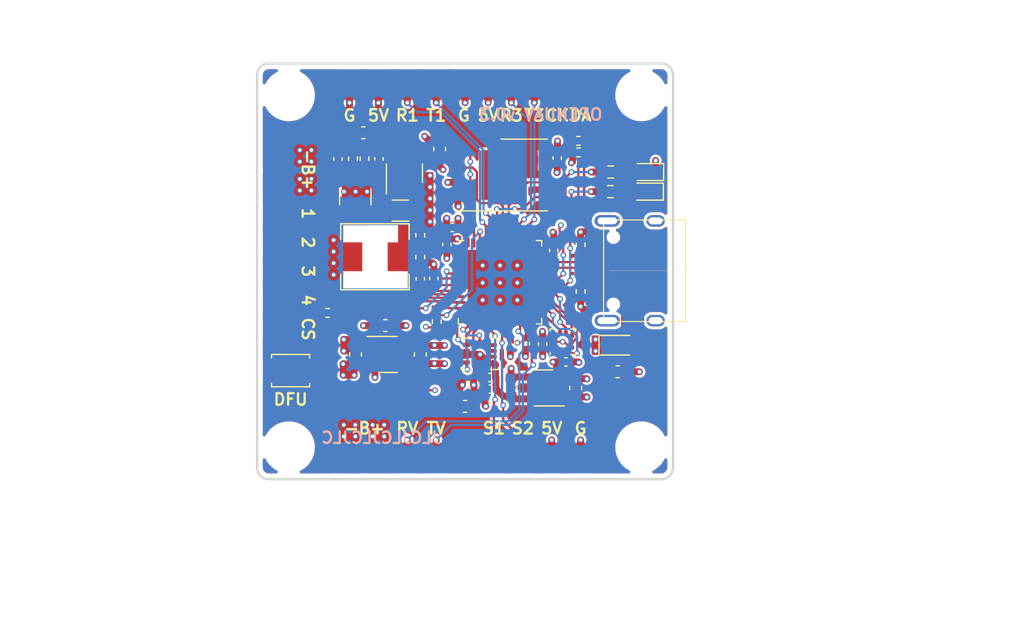
<source format=kicad_pcb>
(kicad_pcb (version 20221018) (generator pcbnew)
  (layers (0 "F.Cu" signal) (1 "In1.Cu" signal) (2 "In2.Cu" signal) (31 "B.Cu" signal) (34 "B.Paste" user) (35 "F.Paste" user) (36 "B.SilkS" user "B.Silkscreen") (37 "F.SilkS" user "F.Silkscreen") (38 "B.Mask" user) (39 "F.Mask" user) (44 "Edge.Cuts" user))
  (net 0 "")
  (net 1 "GND")
  (net 2 "NRST")
  (net 3 "+BATT")
  (net 4 "+3V3")
  (net 5 "Net-(U4-BOOT)")
  (net 6 "Net-(U4-SW)")
  (net 7 "Net-(U4-FB)")
  (net 8 "VOLTAGE")
  (net 9 "+5V")
  (net 10 "Net-(D2-A)")
  (net 11 "Net-(D3-A)")
  (net 12 "LED1")
  (net 13 "LED2")
  (net 14 "BOOT0")
  (net 18 "PWM_1")
  (net 19 "PWM_2")
  (net 20 "PWM_3")
  (net 21 "PWM_4")
  (net 22 "SPI1_CLK")
  (net 23 "SPI1_MISO")
  (net 24 "SPI1_MOSI")
  (net 25 "SPI1_CS")
  (net 26 "PWM_5")
  (net 27 "PWM_6")
  (net 29 "UART_4_RX")
  (net 30 "UART_4_TX")
  (net 31 "SPI2_CS")
  (net 32 "SPI2_CLK")
  (net 33 "SPI2_MISO")
  (net 34 "SPI2_MOSI")
  (net 35 "I2C_SDA")
  (net 36 "USB_DM")
  (net 37 "USB_DP")
  (net 38 "SPI3_CS")
  (net 39 "UART_3_TX")
  (net 40 "UART_3_RX")
  (net 41 "SPI3_CLK")
  (net 42 "SPI3_MISO")
  (net 43 "SPI3_MOSI")
  (net 44 "UART_1_TX")
  (net 45 "UART_1_RX")
  (net 46 "SPI2_INT")
  (net 51 "Net-(D1-A)")
  (net 52 "Net-(J99-CC2)")
  (net 53 "Net-(J99-CC1)")
  (net 54 "I2C_CLK")
  (net 57 "SPI1_INT")
  (net 58 "VDDA")
  (net 61 "CURRENT")
  (net 62 "CSENSE")
  (footprint "Resistor_SMD:R_0402_1005Metric" (layer "F.Cu") (at 144.123 66.766211 -90)
    (fp_text reference "R6" hide)
    (fp_text value "10k")
  )
  (footprint "Resistor_SMD:R_0402_1005Metric" (layer "F.Cu") (at 145.55 72.35 -90)
    (fp_text reference "R8" hide)
    (fp_text value "10k")
  )
  (footprint "Capacitor_SMD:C_0402_1005Metric" (layer "F.Cu") (at 155.672738 66.193202 90)
    (fp_text reference "C5" hide)
    (fp_text value "100n")
  )
  (footprint "Resistor_SMD:R_0603_1608Metric" (layer "F.Cu") (at 160.575 61.1)
    (fp_text reference "R7" hide)
    (fp_text value "220")
  )
  (footprint "Capacitor_SMD:C_0402_1005Metric" (layer "F.Cu") (at 145.3 68.62 -90)
    (fp_text reference "C1" hide)
    (fp_text value "100n")
  )
  (footprint "MountingHole:MountingHole_4mm" (layer "F.Cu") (at 132.75 83.25)
    (fp_text reference "H3" hide)
    (fp_text value "MountingHole")
  )
  (footprint "Package_LGA:ST_HLGA-10_2x2mm_P0.5mm_LayoutBorder3x2y" (layer "F.Cu") (at 156.472738 74.1 90)
    (fp_text reference "U2" hide)
    (fp_text value "LPS22HH")
  )
  (footprint "Package_LGA:LGA-14_3x2.5mm_P0.5mm_LayoutBorder3x4y" (layer "F.Cu") (at 149.272738 75.143202)
    (fp_text reference "U3" hide)
    (fp_text value "LSM6DSR")
  )
  (footprint "footprints:smallpad" (layer "F.Cu") (at 143 51.9 90)
    (fp_text reference "J3" hide)
    (fp_text value "Conn_01x01")
  )
  (footprint "footprints:smallpad" (layer "F.Cu") (at 131.9 65.5)
    (fp_text reference "J23" hide)
    (fp_text value "Conn_01x01")
  )
  (footprint "Capacitor_SMD:C_0402_1005Metric" (layer "F.Cu") (at 156.722738 75.85)
    (fp_text reference "C13" hide)
    (fp_text value "100n")
  )
  (footprint "Resistor_SMD:R_0402_1005Metric" (layer "F.Cu") (at 158 65.7 -90)
    (fp_text reference "R1" hide)
    (fp_text value "5k1")
  )
  (footprint "Capacitor_SMD:C_0402_1005Metric" (layer "F.Cu") (at 150.2 78.2 180)
    (fp_text reference "C26" hide)
    (fp_text value "1u")
  )
  (footprint "Capacitor_SMD:C_0603_1608Metric" (layer "F.Cu") (at 138.525 75.2 -90)
    (fp_text reference "C17" hide)
    (fp_text value "10u")
  )
  (footprint "Capacitor_SMD:C_0402_1005Metric" (layer "F.Cu") (at 140.55 58.261211 -90)
    (fp_text reference "C9" hide)
    (fp_text value "100n")
  )
  (footprint "Capacitor_SMD:C_0603_1608Metric" (layer "F.Cu") (at 145.8 57.4 90)
    (fp_text reference "C24" hide)
    (fp_text value "10u")
  )
  (footprint "Capacitor_SMD:C_0402_1005Metric" (layer "F.Cu") (at 154.710238 74.293202 90)
    (fp_text reference "C12" hide)
    (fp_text value "100n")
  )
  (footprint "footprints:smallpad" (layer "F.Cu") (at 145.5 51.9 90)
    (fp_text reference "J4" hide)
    (fp_text value "Conn_01x01")
  )
  (footprint "Capacitor_SMD:C_0603_1608Metric" (layer "F.Cu") (at 139.2 56 180)
    (fp_text reference "C21" hide)
    (fp_text value "10u")
  )
  (footprint "footprints:smallpad" (layer "F.Cu") (at 158 84.1 -90)
    (fp_text reference "J17" hide)
    (fp_text value "Conn_01x01")
  )
  (footprint "LED_SMD:LED_0603_1608Metric" (layer "F.Cu") (at 163.7 59.4 180)
    (fp_text reference "D3" hide)
    (fp_text value "GREEN")
  )
  (footprint "footprints:smallpad" (layer "F.Cu") (at 138 51.9 90)
    (fp_text reference "J1" hide)
    (fp_text value "Conn_01x01")
  )
  (footprint "footprints:smallpad" (layer "F.Cu") (at 155.5 84.1 -90)
    (fp_text reference "J18" hide)
    (fp_text value "Conn_01x01")
  )
  (footprint "footprints:smallpad" (layer "F.Cu") (at 140.5 51.9 90)
    (fp_text reference "J2" hide)
    (fp_text value "Conn_01x01")
  )
  (footprint "footprints:smallpad" (layer "F.Cu") (at 148 51.9 90)
    (fp_text reference "J5" hide)
    (fp_text value "Conn_01x01")
  )
  (footprint "footprints:smallpad" (layer "F.Cu") (at 156 51.9 -90)
    (fp_text reference "J20" hide)
    (fp_text value "Conn_01x01")
  )
  (footprint "Resistor_SMD:R_0402_1005Metric" (layer "F.Cu") (at 139.298 58.241211 -90)
    (fp_text reference "R4" hide)
    (fp_text value "13.3k")
  )
  (footprint "Capacitor_SMD:C_0402_1005Metric" (layer "F.Cu") (at 151.922738 74.293202 -90)
    (fp_text reference "C7" hide)
    (fp_text value "100n")
  )
  (footprint "footprints:smallpad" (layer "F.Cu") (at 152 51.9 90)
    (fp_text reference "J7" hide)
    (fp_text value "Conn_01x01")
  )
  (footprint "Capacitor_SMD:C_0402_1005Metric" (layer "F.Cu") (at 150.155238 77.193202 180)
    (fp_text reference "C3" hide)
    (fp_text value "100n")
  )
  (footprint "footprints:smallpad" (layer "F.Cu") (at 140.5 84.1 90)
    (fp_text reference "J10" hide)
    (fp_text value "Conn_01x01")
  )
  (footprint "Capacitor_SMD:C_0603_1608Metric" (layer "F.Cu") (at 157.575 78.1 90)
    (fp_text reference "C18" hide)
    (fp_text value "10u")
  )
  (footprint "Package_TO_SOT_SMD:SOT-23-6" (layer "F.Cu") (at 142.75 59.503711 90)
    (fp_text reference "U4" hide)
    (fp_text value "TPS54302")
  )
  (footprint "LED_SMD:LED_0603_1608Metric" (layer "F.Cu") (at 163.675 61.1 180)
    (fp_text reference "D2" hide)
    (fp_text value "BLUE")
  )
  (footprint "footprints:smallpad" (layer "F.Cu") (at 158 51.9 -90)
    (fp_text reference "J19" hide)
    (fp_text value "Conn_01x01")
  )
  (footprint "Capacitor_SMD:C_0603_1608Metric" (layer "F.Cu") (at 144.125 75.2 -90)
    (fp_text reference "C8" hide)
    (fp_text value "10u")
  )
  (footprint "Capacitor_SMD:C_0402_1005Metric" (layer "F.Cu") (at 153.222738 74.273202 -90)
    (fp_text reference "C6" hide)
    (fp_text value "100n")
  )
  (footprint "Capacitor_SMD:C_0603_1608Metric" (layer "F.Cu") (at 161.2 76.7)
    (fp_text reference "C20" hide)
    (fp_text value "10u")
  )
  (footprint "Resistor_SMD:R_0402_1005Metric" (layer "F.Cu") (at 157.81 56.7)
    (fp_text reference "R9" hide)
    (fp_text value "10k")
  )
  (footprint "Capacitor_SMD:C_0603_1608Metric" (layer "F.Cu") (at 141.1 72.7)
    (fp_text reference "C22" hide)
    (fp_text value "10u")
  )
  (footprint "MountingHole:MountingHole_4mm" (layer "F.Cu") (at 163.25 52.75)
    (fp_text reference "H2" hide)
    (fp_text value "MountingHole")
  )
  (footprint "footprints:smallpad" (layer "F.Cu") (at 145.5 84.1 90)
    (fp_text reference "J12" hide)
    (fp_text value "Conn_01x01")
  )
  (footprint "Capacitor_SMD:C_0603_1608Metric" (layer "F.Cu") (at 148 79.7 180)
    (fp_text reference "C23" hide)
    (fp_text value "10u")
  )
  (footprint "Package_TO_SOT_SMD:SOT-23-5" (layer "F.Cu") (at 154.775 78.1 180)
    (fp_text reference "U5" hide)
    (fp_text value "TLV75733PDBV")
  )
  (footprint "Inductor_SMD:L_Sunlord_MWSA0503S" (layer "F.Cu") (at 140.2 66.741211 180)
    (fp_text reference "L1" hide)
    (fp_text value "10u")
  )
  (footprint "footprints:smallpad" (layer "F.Cu") (at 131.9 73)
    (fp_text reference "J21" hide)
    (fp_text value "Conn_01x01")
  )
  (footprint "Capacitor_SMD:C_0402_1005Metric" (layer "F.Cu") (at 146.9 64.2)
    (fp_text reference "C25" hide)
    (fp_text value "1u")
  )
  (footprint "footprints:smallpad" (layer "F.Cu") (at 150 51.9 90)
    (fp_text reference "J6" hide)
    (fp_text value "Conn_01x01")
  )
  (footprint "Resistor_SMD:R_0402_1005Metric" (layer "F.Cu") (at 138.298 58.241211 90)
    (fp_text reference "R3" hide)
    (fp_text value "100k")
  )
  (footprint "Capacitor_SMD:C_0402_1005Metric" (layer "F.Cu") (at 144.123 68.646211 90)
    (fp_text reference "C14" hide)
    (fp_text value "100n")
  )
  (footprint "Capacitor_SMD:C_1206_3216Metric" (layer "F.Cu") (at 142.4 62.741211 180)
    (fp_text reference "C2" hide)
    (fp_text value "10u")
  )
  (footprint "footprints:smallpad" (layer "F.Cu") (at 131.9 58)
    (fp_text reference "J16" hide)
    (fp_text value "Conn_01x01")
  )
  (footprint "Resistor_SMD:R_0603_1608Metric" (layer "F.Cu") (at 160.6 59.4)
    (fp_text reference "R11" hide)
    (fp_text value "220")
  )
  (footprint "Resistor_SMD:R_0402_1005Metric" (layer "F.Cu") (at 157.81 57.7)
    (fp_text reference "R10" hide)
    (fp_text value "10k")
  )
  (footprint "Package_SON:WSON-8-1EP_8x6mm_P1.27mm_EP3.4x4.3mm" (layer "F.Cu") (at 151.122738 59.658202)
    (fp_text reference "U6" hide)
    (fp_text value "W25N01GVZEIG")
  )
  (footprint "MountingHole:MountingHole_4mm" (layer "F.Cu") (at 163.25 83.25)
    (fp_text reference "H4" hide)
    (fp_text value "MountingHole")
  )
  (footprint "Capacitor_SMD:C_0402_1005Metric" (layer "F.Cu") (at 155.972738 58.193202 -90)
    (fp_text reference "C16" hide)
    (fp_text value "100n")
  )
  (footprint "footprints:smallpad" (layer "F.Cu") (at 131.9 68)
    (fp_text reference "J24" hide)
    (fp_text value "Conn_01x01")
  )
  (footprint "footprints:smallpad" (layer "F.Cu") (at 143 84.1 90)
    (fp_text reference "J11" hide)
    (fp_text value "Conn_01x01")
  )
  (footprint "footprints:smallpad" (layer "F.Cu") (at 131.9 60.5)
    (fp_text reference "J15" hide)
    (fp_text value "Conn_01x01")
  )
  (footprint "Package_DFN_QFN:QFN-48-1EP_7x7mm_P0.5mm_EP5.6x5.6mm" (layer "F.Cu") (at 151.022738 68.943202)
    (fp_text reference "U1" hide)
    (fp_text value "STM32G431CBUx")
  )
  (footprint "footprints:TYPE-C-31-M-12" (layer "F.Cu") (at 164.4875 67.95 90)
    (fp_text reference "J99" hide)
    (fp_text value "USB_C_Receptacle_USB2.0")
  )
  (footprint "Capacitor_SMD:C_1210_3225Metric" (layer "F.Cu") (at 138.5 61.541211 90)
    (fp_text reference "C15" hide)
    (fp_text value "47u")
  )
  (footprint "Resistor_SMD:R_0402_1005Metric" (layer "F.Cu") (at 136.1 71.6)
    (fp_text reference "R5" hide)
    (fp_text value "10k")
  )
  (footprint "MountingHole:MountingHole_4mm" (layer "F.Cu") (at 132.75 52.75)
    (fp_text reference "H1" hide)
    (fp_text value "MountingHole")
  )
  (footprint "Diode_SMD:D_SOD-323" (layer "F.Cu") (at 161.2 74.4)
    (fp_text reference "D1" hide)
    (fp_text value "PMEG2020AEA")
  )
  (footprint "footprints:smallpad" (layer "F.Cu") (at 154 51.9 90)
    (fp_text reference "J8" hide)
    (fp_text value "Conn_01x01")
  )
  (footprint "Capacitor_SMD:C_0402_1005Metric" (layer "F.Cu") (at 148.255238 77.193202 180)
    (fp_text reference "C11" hide)
    (fp_text value "100n")
  )
  (footprint "Capacitor_SMD:C_0402_1005Metric" (layer "F.Cu") (at 146.422738 65.673202 90)
    (fp_text reference "C4" hide)
    (fp_text value "100n")
  )
  (footprint "footprints:smallpad" (layer "F.Cu") (at 138 84.1 90)
    (fp_text reference "J9" hide)
    (fp_text value "Conn_01x01")
  )
  (footprint "Button_Switch_SMD:SW_SPST_B3U-1000P" (layer "F.Cu") (at 132.9 76.6 180)
    (fp_text reference "SW1" hide)
    (fp_text value "SW_Push")
  )
  (footprint "Resistor_SMD:R_0402_1005Metric" (layer "F.Cu") (at 144.123 64.876211 -90)
    (fp_text reference "R12" hide)
    (fp_text value "100k")
  )
  (footprint "footprints:smallpad" (layer "F.Cu") (at 131.9 63)
    (fp_text reference "J22" hide)
    (fp_text value "Conn_01x01")
  )
  (footprint "Capacitor_SMD:C_0402_1005Metric" (layer "F.Cu") (at 136.998 58.266211 -90)
    (fp_text reference "C10" hide)
    (fp_text value "68p")
  )
  (footprint "footprints:smallpad" (layer "F.Cu") (at 131.9 70.5)
    (fp_text reference "J25" hide)
    (fp_text value "Conn_01x01")
  )
  (footprint "Resistor_SMD:R_0402_1005Metric" (layer "F.Cu") (at 158 69.75 90)
    (fp_text reference "R2" hide)
    (fp_text value "5k1")
  )
  (footprint "Capacitor_SMD:C_0603_1608Metric" (layer "F.Cu") (at 151.975 78.05 90)
    (fp_text reference "C19" hide)
    (fp_text value "10u")
  )
  (footprint "footprints:smallpad" (layer "F.Cu") (at 153 84.1 90)
    (fp_text reference "J14" hide)
    (fp_text value "Conn_01x01")
  )
  (footprint "footprints:smallpad" (layer "F.Cu") (at 150.5 84.1 90)
    (fp_text reference "J13" hide)
    (fp_text value "Conn_01x01")
  )
  (footprint "Package_TO_SOT_SMD:SOT-23-5" (layer "F.Cu") (at 141.325 75.2)
    (fp_text reference "U7" hide)
    (fp_text value "TLV75733PDBV")
  )
  (gr_line locked (start 165 50) (end 131 50) (stroke (width 0.2)) (layer "Edge.Cuts"))
  (gr_line locked (start 131 86) (end 165 86) (stroke (width 0.2)) (layer "Edge.Cuts"))
  (gr_arc locked (start 166 85) (mid 165.707107 85.707107) (end 165 86) (stroke (width 0.2)) (layer "Edge.Cuts"))
  (gr_arc locked (start 131 86) (mid 130.292894 85.707107) (end 130 85) (stroke (width 0.2)) (layer "Edge.Cuts"))
  (gr_arc locked (start 130 51) (mid 130.292893 50.292894) (end 131 50) (stroke (width 0.2)) (layer "Edge.Cuts"))
  (gr_line locked (start 130 51) (end 130 85) (stroke (width 0.2)) (layer "Edge.Cuts"))
  (gr_line locked (start 166 85) (end 166 51) (stroke (width 0.2)) (layer "Edge.Cuts"))
  (gr_arc locked (start 165 50) (mid 165.707107 50.292893) (end 166 51) (stroke (width 0.2)) (layer "Edge.Cuts"))
  (gr_text "OPENUAV v0.3" (at 160 55) (layer "B.SilkS") (effects (font (size 1 1) (thickness 0.2) bold) (justify left bottom mirror)))
  (gr_text "JLCJLCJLCJLC" (at 146 83) (layer "B.SilkS") (effects (font (size 1 1) (thickness 0.2) bold) (justify left bottom mirror)))
  (gr_text "DFU" (at 132.9 79.1) (layer "F.SilkS") (effects (font (size 1 1) (thickness 0.2) bold)))
  (gr_text "-B+" (at 134.4 59.2 -90) (layer "F.SilkS") (effects (font (size 1 1) (thickness 0.2) bold)))
  (gr_text "R1" (at 143 54.5) (layer "F.SilkS") (effects (font (size 1 1) (thickness 0.2) bold)))
  (gr_text "3" (at 134.4 68 270) (layer "F.SilkS") (effects (font (size 1 1) (thickness 0.2) bold)))
  (gr_text "5V" (at 155.5 81.6) (layer "F.SilkS") (effects (font (size 1 1) (thickness 0.2) bold)))
  (gr_text "T3" (at 154 54.5) (layer "F.SilkS") (effects (font (size 1 1) (thickness 0.2) bold)))
  (gr_text "S2" (at 153 81.6) (layer "F.SilkS") (effects (font (size 1 1) (thickness 0.2) bold)))
  (gr_text "G" (at 138 54.5) (layer "F.SilkS") (effects (font (size 1 1) (thickness 0.2) bold)))
  (gr_text "T1" (at 145.5 54.5) (layer "F.SilkS") (effects (font (size 1 1) (thickness 0.2) bold)))
  (gr_text "CS" (at 134.4 73 270) (layer "F.SilkS") (effects (font (size 1 1) (thickness 0.2) bold)))
  (gr_text "4" (at 134.4 70.5 270) (layer "F.SilkS") (effects (font (size 1 1) (thickness 0.2) bold)))
  (gr_text "G" (at 147.9 54.5) (layer "F.SilkS") (effects (font (size 1 1) (thickness 0.2) bold)))
  (gr_text "RV" (at 143 81.6) (layer "F.SilkS") (effects (font (size 1 1) (thickness 0.2) bold)))
  (gr_text "DA" (at 158 54.5) (layer "F.SilkS") (effects (font (size 1 1) (thickness 0.2) bold)))
  (gr_text "5V" (at 140.5 54.5) (layer "F.SilkS") (effects (font (size 1 1) (thickness 0.2) bold)))
  (gr_text "CK" (at 156 54.5) (layer "F.SilkS") (effects (font (size 1 1) (thickness 0.2) bold)))
  (gr_text "S1" (at 150.5 81.6) (layer "F.SilkS") (effects (font (size 1 1) (thickness 0.2) bold)))
  (gr_text "G" (at 158 81.6) (layer "F.SilkS") (effects (font (size 1 1) (thickness 0.2) bold)))
  (gr_text "2" (at 134.4 65.5 270) (layer "F.SilkS") (effects (font (size 1 1) (thickness 0.2) bold)))
  (gr_text "R3" (at 152 54.5) (layer "F.SilkS") (effects (font (size 1 1) (thickness 0.2) bold)))
  (gr_text "1" (at 134.4 63 270) (layer "F.SilkS") (effects (font (size 1 1) (thickness 0.2) bold)))
  (gr_text "TV" (at 145.5 81.6) (layer "F.SilkS") (effects (font (size 1 1) (thickness 0.2) bold)))
  (gr_text "5V" (at 150 54.5) (layer "F.SilkS") (effects (font (size 1 1) (thickness 0.2) bold)))
  (gr_text "-B+" (at 139.3 81.6) (layer "F.SilkS") (effects (font (size 1 1) (thickness 0.2) bold)))
  (segment (start 147.775238 77.193202) (end 147.775238 77.840702) (width 0.6) (layer "F.Cu") (net 1))
  (segment (start 147.397738 79.572738) (end 147.397738 75.603773) (width 0.6) (layer "F.Cu") (net 1))
  (segment (start 153.6375 77.15) (end 152.1 77.15) (width 0.6) (layer "F.Cu") (net 1))
  (segment (start 149.675238 76.275238) (end 149.5 76.1) (width 0.6) (layer "F.Cu") (net 1))
  (segment (start 157.575 77.3) (end 158.525 77.3) (width 0.6) (layer "F.Cu") (net 1))
  (segment (start 149.72 79.62) (end 149.8 79.7) (width 0.6) (layer "F.Cu") (net 1))
  (segment (start 137.475 76) (end 137.45 76.025) (width 0.6) (layer "F.Cu") (net 1))
  (segment (start 138 53.4) (end 138 55.575) (width 0.6) (layer "F.Cu") (net 1))
  (segment (start 151.975 76.425) (end 152 76.4) (width 0.6) (layer "F.Cu") (net 1))
  (segment (start 148.110238 75.2) (end 148.110238 75.393202) (width 0.2) (layer "F.Cu") (net 1))
  (segment (start 157.8 75.85) (end 157.85 75.9) (width 0.6) (layer "F.Cu") (net 1))
  (segment (start 145.55 72.86) (end 144.66 72.86) (width 0.2) (layer "F.Cu") (net 1))
  (segment (start 147.775238 77.193202) (end 147.397738 76.815702) (width 0.6) (layer "F.Cu") (net 1))
  (segment (start 149.5 75.4) (end 149.5 76.1) (width 0.6) (layer "F.Cu") (net 1))
  (segment (start 158.025 64.575) (end 158 64.6) (width 0.6) (layer "F.Cu") (net 1))
  (segment (start 144.123 67.276211) (end 144.123 68.166211) (width 0.6) (layer "F.Cu") (net 1))
  (segment (start 149.3 75.2) (end 149.5 75.4) (width 0.6) (layer "F.Cu") (net 1))
  (segment (start 143.95 76.15) (end 144.125 75.975) (width 0.6) (layer "F.Cu") (net 1))
  (segment (start 151.922738 74.773202) (end 151.922738 75.393202) (width 0.6) (layer "F.Cu") (net 1))
  (segment (start 147.525 79.7) (end 147.397738 79.572738) (width 0.6) (layer "F.Cu") (net 1))
  (segment (start 144.125 76) (end 145.325 76) (width 0.6) (layer "F.Cu") (net 1))
  (segment (start 144.825 56.625) (end 144.5 56.3) (width 0.6) (layer "F.Cu") (net 1))
  (segment (start 144.123 67.276211) (end 145.181211 67.276211) (width 0.6) (layer "F.Cu") (net 1))
  (segment (start 145.3 67.395) (end 145.3 68.12) (width 0.6) (layer "F.Cu") (net 1))
  (segment (start 137.45 76.025) (end 137.45 77) (width 0.6) (layer "F.Cu") (net 1))
  (segment (start 154.710238 73.210238) (end 154.7 73.2) (width 0.6) (layer "F.Cu") (net 1))
  (segment (start 148.9 75.2) (end 148.110238 75.2) (width 0.6) (layer "F.Cu") (net 1))
  (segment (start 158.275 71.325) (end 158 71.05) (width 0.6) (layer "F.Cu") (net 1))
  (segment (start 155.710238 74.1) (end 156.45 74.1) (width 0.2) (layer "F.Cu") (net 1))
  (segment (start 138.475 76.025) (end 138.525 75.975) (width 0.6) (layer "F.Cu") (net 1))
  (segment (start 138 55.575) (end 138.425 56) (width 0.6) (layer "F.Cu") (net 1))
  (segment (start 137.45 77) (end 137.8 77) (width 0.6) (layer "F.Cu") (net 1))
  (segment (start 149.72 78.2) (end 149.72 77.237964) (width 0.6) (layer "F.Cu") (net 1))
  (segment (start 155.672738 64.672738) (end 155.6 64.6) (width 0.6) (layer "F.Cu") (net 1))
  (segment (start 161.975 76.7) (end 163.1 76.7) (width 0.6) (layer "F.Cu") (net 1))
  (segment (start 154.710238 73.813202) (end 154.710238 73.210238) (width 0.6) (layer "F.Cu") (net 1))
  (segment (start 141.5125 75.2) (end 140.1875 75.2) (width 0.6) (layer "F.Cu") (net 1))
  (segment (start 158 65.19) (end 158 64.6) (width 0.6) (layer "F.Cu") (net 1))
  (segment (start 157.235238 74.6) (end 157.079324 74.6) (width 0.2) (layer "F.Cu") (net 1))
  (segment (start 146.422738 65.193202) (end 147.322738 65.193202) (width 0.6) (layer "F.Cu") (net 1))
  (segment (start 137.8 76.025) (end 137.8 77) (width 0.6) (layer "F.Cu") (net 1))
  (segment (start 137.45 76.025) (end 137.8 76.025) (width 0.6) (layer "F.Cu") (net 1))
  (segment (start 164.4625 59.425) (end 164.4875 59.4) (width 0.6) (layer "F.Cu") (net 1))
  (segment (start 155.972738 58.673202) (end 155.972738 59.427262) (width 0.6) (layer "F.Cu") (net 1))
  (segment (start 156.579324 74.1) (end 156.45 74.1) (width 0.2) (layer "F.Cu") (net 1))
  (segment (start 142.4625 76.15) (end 141.5125 75.2) (width 0.6) (layer "F.Cu") (net 1))
  (segment (start 158 84.1) (end 158 82.6) (width 0.6) (layer "F.Cu") (net 1))
  (segment (start 147.38 65.13594) (end 147.322738 65.193202) (width 0.6) (layer "F.Cu") (net 1))
  (segment (start 158.525 77.3) (end 158.55 77.325) (width 0.6) (layer "F.Cu") (net 1))
  (segment (start 155.672738 65.713202) (end 155.672738 64.672738) (width 0.6) (layer "F.Cu") (net 1))
  (segment (start 151.975 77.275) (end 151.975 76.425) (width 0.6) (layer "F.Cu") (net 1))
  (segment (start 164.4875 59.4) (end 164.4875 58.4125) (width 0.6) (layer "F.Cu") (net 1))
  (segment (start 147.372738 62.343202) (end 147.422738 62.393202) (width 0.6) (layer "F.Cu") (net 1))
  (segment (start 164.4875 58.4125) (end 164.5 58.4) (width 0.6) (layer "F.Cu") (net 1))
  (segment (start 147.397738 75.603773) (end 147.801511 75.2) (width 0.6) (layer "F.Cu") (net 1))
  (segment (start 149 75.2) (end 148.9 75.2) (width 0.6) (layer "F.Cu") (net 1))
  (segment (start 159.3875 71.325) (end 158.275 71.325) (width 0.6) (layer "F.Cu") (net 1))
  (segment (start 149.72 77.237964) (end 149.675238 77.193202) (width 0.6) (layer "F.Cu") (net 1))
  (segment (start 149.72 78.2) (end 149.72 79.62) (width 0.6) (layer "F.Cu") (net 1))
  (segment (start 152.1 77.15) (end 151.975 77.275) (width 0.6) (layer "F.Cu") (net 1))
  (segment (start 155.972738 59.427262) (end 155.95 59.45) (width 0.6) (layer "F.Cu") (net 1))
  (segment (start 138 51.9) (end 138 53.4) (width 0.6) (layer "F.Cu") (net 1))
  (segment (start 147.372738 61.563202) (end 147.372738 62.343202) (width 0.6) (layer "F.Cu") (net 1))
  (segment (start 155.422183 78.1) (end 154.472183 77.15) (width 0.6) (layer "F.Cu") (net 1))
  (segment (start 155.9125 78.1) (end 156.8 78.1) (width 0.6) (layer "F.Cu") (net 1))
  (segment (start 157.235238 75.760702) (end 157.202738 75.793202) (width 0.2) (layer "F.Cu") (net 1))
  (segment (start 141.875 72.7) (end 142.9 72.7) (width 0.6) (layer "F.Cu") (net 1))
  (segment (start 147.525 79.7) (end 147.525 78.09094) (width 0.6) (layer "F.Cu") (net 1))
  (segment (start 145.375 76) (end 146.225 76) (width 0.6) (layer "F.Cu") (net 1))
  (segment (start 147.801511 75.2) (end 148.110238 75.2) (width 0.6) (layer "F.Cu") (net 1))
  (segment (start 145.3 68.14) (end 145.3 67.395) (width 0.2) (layer "F.Cu") (net 1))
  (segment (start 155.9125 78.1) (end 155.422183 78.1) (width 0.6) (layer "F.Cu") (net 1))
  (segment (start 149.3 75.2) (end 148.9 75.2) (width 0.6) (layer "F.Cu") (net 1))
  (segment (start 158 71.05) (end 158 70.26) (width 0.6) (layer "F.Cu") (net 1))
  (segment (start 159.3875 64.575) (end 158.025 64.575) (width 0.6) (layer "F.Cu") (net 1))
  (segment (start 164.4625 61.1) (end 164.4625 59.425) (width 0.6) (layer "F.Cu") (net 1))
  (segment (start 147.525 78.09094) (end 147.772738 77.843202) (width 0.6) (layer "F.Cu") (net 1))
  (segment (start 155.710238 74.055702) (end 155.710238 73.555702) (width 0.2) (layer "F.Cu") (net 1))
  (segment (start 147.38 64.2) (end 147.38 63.42) (width 0.6) (layer "F.Cu") (net 1))
  (segment (start 148.110238 74.893202) (end 148.110238 75.2) (width 0.2) (layer "F.Cu") (net 1))
  (segment (start 147.397738 76.815702) (end 147.397738 75.603773) (width 0.6) (layer "F.Cu") (net 1))
  (segment (start 145.181211 67.276211) (end 145.3 67.395) (width 0.6) (layer "F.Cu") (net 1))
  (segment (start 145.8 56.625) (end 144.825 56.625) (width 0.6) (layer "F.Cu") (net 1))
  (segment (start 144.66 72.86) (end 144.6 72.8) (width 0.2) (layer "F.Cu") (net 1))
  (segment (start 142.4625 76.15) (end 143.95 76.15) (width 0.6) (layer "F.Cu") (net 1))
  (segment (start 138.4 76.1) (end 138.525 75.975) (width 0.6) (layer "F.Cu") (net 1))
  (segment (start 157.202738 75.85) (end 157.8 75.85) (width 0.6) (layer "F.Cu") (net 1))
  (segment (start 157.079324 74.6) (end 156.579324 74.1) (width 0.2) (layer "F.Cu") (net 1))
  (segment (start 149.5 75.7) (end 149 75.2) (width 0.6) (layer "F.Cu") (net 1))
  (segment (start 147.775238 77.840702) (end 147.772738 77.843202) (width 0.6) (layer "F.Cu") (net 1))
  (segment (start 149.675238 77.193202) (end 149.675238 76.275238) (width 0.6) (layer "F.Cu") (net 1))
  (segment (start 147.38 63.42) (end 147.4 63.4) (width 0.6) (layer "F.Cu") (net 1))
  (segment (start 139.3 75.2) (end 138.525 75.975) (width 0.6) (layer "F.Cu") (net 1))
  (segment (start 137.8 77) (end 138.4 77) (width 0.6) (layer "F.Cu") (net 1))
  (segment (start 149.5 76.1) (end 149.5 75.7) (width 0.6) (layer "F.Cu") (net 1))
  (segment (start 137.8 76.025) (end 138.475 76.025) (width 0.6) (layer "F.Cu") (net 1))
  (segment (start 153.222738 74.753202) (end 153.222738 75.393202) (width 0.6) (layer "F.Cu") (net 1))
  (segment (start 156.8 78.1) (end 157.575 77.325) (width 0.6) (layer "F.Cu") (net 1))
  (segment (start 138.4 77) (end 138.4 76.1) (width 0.6) (layer "F.Cu") (net 1))
  (segment (start 154.472183 77.15) (end 153.6375 77.15) (width 0.6) (layer "F.Cu") (net 1))
  (segment (start 140.1875 75.2) (end 139.3 75.2) (width 0.6) (layer "F.Cu") (net 1))
  (segment (start 148 51.9) (end 148 53.4) (width 0.6) (layer "F.Cu") (net 1))
  (via (at 156.45 74.1) (size 0.5) (drill 0.3) (layers "F.Cu" "B.Cu") (net 1))
  (via (at 137.45 76.025) (size 0.5) (drill 0.3) (layers "F.Cu" "B.Cu") (net 1))
  (via (at 145.35 75.975) (size 0.5) (drill 0.3) (layers "F.Cu" "B.Cu") (net 1))
  (via (at 157.85 75.9) (size 0.5) (drill 0.3) (layers "F.Cu" "B.Cu") (net 1))
  (via (at 151.022738 68.993202) (size 0.5) (drill 0.3) (layers "F.Cu" "B.Cu") (net 1))
  (via (at 152.522738 70.493202) (size 0.5) (drill 0.3) (layers "F.Cu" "B.Cu") (net 1))
  (via (at 142.9 72.7) (size 0.5) (drill 0.3) (layers "F.Cu" "B.Cu") (net 1))
  (via (at 152 76.4) (size 0.5) (drill 0.3) (layers "F.Cu" "B.Cu") (net 1))
  (via (at 137.523 61.1) (size 0.5) (drill 0.3) (layers "F.Cu" "B.Cu") (net 1))
  (via (at 134.7 57.5) (size 0.5) (drill 0.3) (layers "F.Cu" "B.Cu") (net 1))
  (via (at 163.1 76.7) (size 0.5) (drill 0.3) (layers "F.Cu" "B.Cu") (net 1))
  (via (at 151.022738 70.493202) (size 0.5) (drill 0.3) (layers "F.Cu" "B.Cu") (net 1))
  (via (at 138.4 77) (size 0.5) (drill 0.3) (layers "F.Cu" "B.Cu") (net 1))
  (via (at 139.523 61.1) (size 0.5) (drill 0.3) (layers "F.Cu" "B.Cu") (net 1))
  (via (at 138 53.4) (size 0.5) (drill 0.3) (layers "F.Cu" "B.Cu") (net 1))
  (via (at 151.922738 75.393202) (size 0.5) (drill 0.3) (layers "F.Cu" "B.Cu") (net 1))
  (via (at 153.222738 75.393202) (size 0.5) (drill 0.3) (layers "F.Cu" "B.Cu") (net 1))
  (via (at 151.022738 67.493202) (size 0.5) (drill 0.3) (layers "F.Cu" "B.Cu") (net 1))
  (via (at 152.522738 68.993202) (size 0.5) (drill 0.3) (layers "F.Cu" "B.Cu") (net 1))
  (via (at 149.522738 68.993202) (size 0.5) (drill 0.3) (layers "F.Cu" "B.Cu") (net 1))
  (via (at 158.55 77.325) (size 0.5) (drill 0.3) (layers "F.Cu" "B.Cu") (net 1))
  (via (at 155.95 59.45) (size 0.5) (drill 0.3) (layers "F.Cu" "B.Cu") (net 1))
  (via (at 146.25 75.975) (size 0.5) (drill 0.3) (layers "F.Cu" "B.Cu") (net 1))
  (via (at 134.7 58.5) (size 0.5) (drill 0.3) (layers "F.Cu" "B.Cu") (net 1))
  (via (at 149.522738 70.493202) (size 0.5) (drill 0.3) (layers "F.Cu" "B.Cu") (net 1))
  (via (at 144.6 72.8) (size 0.5) (drill 0.3) (layers "F.Cu" "B.Cu") (net 1))
  (via (at 137.5 82.3) (size 0.5) (drill 0.3) (layers "F.Cu" "B.Cu") (net 1))
  (via (at 149.3 75.2) (size 0.5) (drill 0.3) (layers "F.Cu" "B.Cu") (net 1))
  (via (at 158 82.6) (size 0.5) (drill 0.3) (layers "F.Cu" "B.Cu") (net 1))
  (via (at 148 53.4) (size 0.5) (drill 0.3) (layers "F.Cu" "B.Cu") (net 1))
  (via (at 138.523 61.1) (size 0.5) (drill 0.3) (layers "F.Cu" "B.Cu") (net 1))
  (via (at 138.5 81.3) (size 0.5) (drill 0.3) (layers "F.Cu" "B.Cu") (net 1))
  (via (at 147.772738 77.843202) (size 0.5) (drill 0.3) (layers "F.Cu" "B.Cu") (net 1))
  (via (at 145.3 67.395) (size 0.5) (drill 0.3) (layers "F.Cu" "B.Cu") (net 1))
  (via (at 137.5 81.3) (size 0.5) (drill 0.3) (layers "F.Cu" "B.Cu") (net 1))
  (via (at 164.5 58.4) (size 0.5) (drill 0.3) (layers "F.Cu" "B.Cu") (net 1))
  (via (at 155.6 64.6) (size 0.5) (drill 0.3) (layers "F.Cu" "B.Cu") (net 1))
  (via (at 147.322738 65.193202) (size 0.5) (drill 0.3) (layers "F.Cu" "B.Cu") (net 1))
  (via (at 137.45 77) (size 0.5) (drill 0.3) (layers "F.Cu" "B.Cu") (net 1))
  (via (at 133.7 57.5) (size 0.5) (drill 0.3) (layers "F.Cu" "B.Cu") (net 1))
  (via (at 158 71.05) (size 0.5) (drill 0.3) (layers "F.Cu" "B.Cu") (net 1))
  (via (at 152.522738 67.493202) (size 0.5) (drill 0.3) (layers "F.Cu" "B.Cu") (net 1))
  (via (at 154.7 73.2) (size 0.5) (drill 0.3) (layers "F.Cu" "B.Cu") (net 1))
  (via (at 147.4 63.4) (size 0.5) (drill 0.3) (layers "F.Cu" "B.Cu") (net 1))
  (via (at 138.5 82.3) (size 0.5) (drill 0.3) (layers "F.Cu" "B.Cu") (net 1))
  (via (at 149.8 79.7) (size 0.5) (drill 0.3) (layers "F.Cu" "B.Cu") (net 1))
  (via (at 144.5 56.3) (size 0.5) (drill 0.3) (layers "F.Cu" "B.Cu") (net 1))
  (via (at 133.7 58.5) (size 0.5) (drill 0.3) (layers "F.Cu" "B.Cu") (net 1))
  (via (at 158 64.6) (size 0.5) (drill 0.3) (layers "F.Cu" "B.Cu") (net 1))
  (via (at 147.422738 62.393202) (size 0.5) (drill 0.3) (layers "F.Cu" "B.Cu") (net 1))
  (via (at 149.522738 67.493202) (size 0.5) (drill 0.3) (layers "F.Cu" "B.Cu") (net 1))
  (segment (start 147.585238 69.193202) (end 145.393202 69.193202) (width 0.2) (layer "F.Cu") (net 2))
  (segment (start 145.393202 69.193202) (end 145.3 69.1) (width 0.2) (layer "F.Cu") (net 2))
  (via (at 144.973 62.7) (size 0.5) (drill 0.3) (layers "F.Cu" "B.Cu") (net 3))
  (via (at 141 82.3) (size 0.5) (drill 0.3) (layers "F.Cu" "B.Cu") (net 3))
  (via (at 140 82.3) (size 0.5) (drill 0.3) (layers "F.Cu" "B.Cu") (net 3))
  (via (at 144.973 60.7) (size 0.5) (drill 0.3) (layers "F.Cu" "B.Cu") (net 3))
  (via (at 140 81.3) (size 0.5) (drill 0.3) (layers "F.Cu" "B.Cu") (net 3))
  (via (at 134.7 61) (size 0.5) (drill 0.3) (layers "F.Cu" "B.Cu") (net 3))
  (via (at 144.973 59.7) (size 0.5) (drill 0.3) (layers "F.Cu" "B.Cu") (net 3))
  (via (at 141 81.3) (size 0.5) (drill 0.3) (layers "F.Cu" "B.Cu") (net 3))
  (via (at 133.7 61) (size 0.5) (drill 0.3) (layers "F.Cu" "B.Cu") (net 3))
  (via (at 133.7 60) (size 0.5) (drill 0.3) (layers "F.Cu" "B.Cu") (net 3))
  (via (at 134.7 60) (size 0.5) (drill 0.3) (layers "F.Cu" "B.Cu") (net 3))
  (via (at 144.973 63.7) (size 0.5) (drill 0.3) (layers "F.Cu" "B.Cu") (net 3))
  (via (at 144.973 61.7) (size 0.5) (drill 0.3) (layers "F.Cu" "B.Cu") (net 3))
  (segment (start 148.775 77.870702) (end 148.735238 77.83094) (width 0.6) (layer "F.Cu") (net 4))
  (segment (start 148.75 77.840702) (end 148.7475 77.843202) (width 0.2) (layer "F.Cu") (net 4))
  (segment (start 151.822738 72.430702) (end 151.772738 72.380702) (width 0.2) (layer "F.Cu") (net 4))
  (segment (start 157.3 56.7) (end 157.3 58.5) (width 0.6) (layer "F.Cu") (net 4))
  (segment (start 154.710238 75.380702) (end 154.722738 75.393202) (width 0.6) (layer "F.Cu") (net 4))
  (segment (start 152.202738 74.193202) (end 151.822738 73.813202) (width 0.2) (layer "F.Cu") (net 4))
  (segment (start 156.182738 64.117262) (end 156.3 64) (width 0.2) (layer "F.Cu") (net 4))
  (segment (start 157.3 57.7) (end 157.3 58.6) (width 0.2) (layer "F.Cu") (net 4))
  (segment (start 148.772738 76.055702) (end 148.772738 77.155702) (width 0.2) (layer "F.Cu") (net 4))
  (segment (start 146.506798 60.293202) (end 146.5 60.3) (width 0.6) (layer "F.Cu") (net 4))
  (segment (start 154.872738 59.023202) (end 154.872738 57.753202) (width 0.6) (layer "F.Cu") (net 4))
  (segment (start 143.95 74.25) (end 144.125 74.425) (width 0.6) (layer "F.Cu") (net 4))
  (segment (start 156.182738 66.163202) (end 156.182738 64.117262) (width 0.2) (layer "F.Cu") (net 4))
  (segment (start 155.9 75.85) (end 155.6 75.85) (width 0.6) (layer "F.Cu") (net 4))
  (segment (start 155.9125 75.8625) (end 155.9 75.85) (width 0.6) (layer "F.Cu") (net 4))
  (segment (start 156 57.68594) (end 155.972738 57.713202) (width 0.6) (layer "F.Cu") (net 4))
  (segment (start 155.537036 74.773202) (end 155.710238 74.6) (width 0.2) (layer "F.Cu") (net 4))
  (segment (start 156 56.7) (end 156 57.68594) (width 0.6) (layer "F.Cu") (net 4))
  (segment (start 153.272738 73.743202) (end 153.222738 73.793202) (width 0.2) (layer "F.Cu") (net 4))
  (segment (start 146.4 63.42) (end 146.42 63.4) (width 0.6) (layer "F.Cu") (net 4))
  (segment (start 152.822738 74.193202) (end 153.222738 73.793202) (width 0.2) (layer "F.Cu") (net 4))
  (segment (start 147.810238 65.505702) (end 147.585238 65.730702) (width 0.2) (layer "F.Cu") (net 4))
  (segment (start 148.772738 77.155702) (end 148.735238 77.193202) (width 0.2) (layer "F.Cu") (net 4))
  (segment (start 151.822738 73.813202) (end 151.822738 72.430702) (width 0.2) (layer "F.Cu") (net 4))
  (segment (start 154.710238 74.773202) (end 155.537036 74.773202) (width 0.2) (layer "F.Cu") (net 4))
  (segment (start 145.375 74.425) (end 146.225 74.425) (width 0.6) (layer "F.Cu") (net 4))
  (segment (start 152.522738 74.193202) (end 152.202738 74.193202) (width 0.2) (layer "F.Cu") (net 4))
  (segment (start 146.4 64.2) (end 146.4 63.42) (width 0.6) (layer "F.Cu") (net 4))
  (segment (start 142.4625 74.25) (end 143.95 74.25) (width 0.6) (layer "F.Cu") (net 4))
  (segment (start 157.3 58.5) (end 157.2 58.6) (width 0.6) (layer "F.Cu") (net 4))
  (segment (start 157.3 56.7) (end 157.3 57.7) (width 0.2) (layer "F.Cu") (net 4))
  (segment (start 145.8 58.175) (end 145.8 58.9) (width 0.6) (layer "F.Cu") (net 4))
  (segment (start 144.125 74.425) (end 145.325 74.425) (width 0.6) (layer "F.Cu") (net 4))
  (segment (start 148.735238 77.83094) (end 148.7475 77.843202) (width 0.6) (layer "F.Cu") (net 4))
  (segment (start 147.585238 65.730702) (end 147.585238 66.193202) (width 0.2) (layer "F.Cu") (net 4))
  (segment (start 148.272738 65.505702) (end 147.810238 65.505702) (width 0.2) (layer "F.Cu") (net 4))
  (segment (start 154.872738 57.753202) (end 155.932738 57.753202) (width 0.6) (layer "F.Cu") (net 4))
  (segment (start 148.75 77.193202) (end 148.75 77.840702) (width 0.2) (layer "F.Cu") (net 4))
  (segment (start 155.9125 77.15) (end 155.9125 75.8625) (width 0.6) (layer "F.Cu") (net 4))
  (segment (start 148.775 79.7) (end 148.775 77.870702) (width 0.6) (layer "F.Cu") (net 4))
  (segment (start 154.460238 66.693202) (end 155.652738 66.693202) (width 0.2) (layer "F.Cu") (net 4))
  (segment (start 148.735238 77.193202) (end 148.735238 77.83094) (width 0.6) (layer "F.Cu") (net 4))
  (segment (start 136.3 78.3) (end 145.4 78.3) (width 0.2) (layer "F.Cu") (net 4))
  (segment (start 155.932738 57.753202) (end 155.972738 57.713202) (width 0.6) (layer "F.Cu") (net 4))
  (segment (start 154.710238 74.773202) (end 154.710238 75.380702) (width 0.6) (layer "F.Cu") (net 4))
  (segment (start 151.772738 72.380702) (end 152.272738 72.380702) (width 0.2) (layer "F.Cu") (net 4))
  (segment (start 134.6 76.6) (end 136.3 78.3) (width 0.2) (layer "F.Cu") (net 4))
  (segment (start 146.422738 66.153202) (end 146.422738 66.893202) (width 0.6) (layer "F.Cu") (net 4))
  (segment (start 155.672738 66.673202) (end 156.182738 66.163202) (width 0.2) (layer "F.Cu") (net 4))
  (segment (start 156.242738 75.85) (end 155.9 75.85) (width 0.6) (layer "F.Cu") (net 4))
  (segment (start 145.8 58.9) (end 146.1 59.2) (width 0.6) (layer "F.Cu") (net 4))
  (segment (start 147.585238 66.193202) (end 146.462738 66.193202) (width 0.2) (layer "F.Cu") (net 4))
  (segment (start 155.652738 66.693202) (end 155.672738 66.673202) (width 0.2) (layer "F.Cu") (net 4))
  (segment (start 156.222738 74.8625) (end 156.222738 75.83) (width 0.2) (layer "F.Cu") (net 4))
  (segment (start 153.272738 72.380702) (end 153.272738 73.743202) (width 0.2) (layer "F.Cu") (net 4))
  (segment (start 146.462738 66.193202) (end 146.422738 66.153202) (width 0.2) (layer "F.Cu") (net 4))
  (segment (start 156.222738 75.83) (end 156.242738 75.85) (width 0.2) (layer "F.Cu") (net 4))
  (segment (start 147.372738 60.293202) (end 146.506798 60.293202) (width 0.6) (layer "F.Cu") (net 4))
  (segment (start 152.522738 74.193202) (end 152.822738 74.193202) (width 0.2) (layer "F.Cu") (net 4))
  (via (at 146.5 60.3) (size 0.5) (drill 0.3) (layers "F.Cu" "B.Cu") (net 4))
  (via (at 146.25 74.4) (size 0.5) (drill 0.3) (layers "F.Cu" "B.Cu") (net 4))
  (via (at 157.2 58.6) (size 0.5) (drill 0.3) (layers "F.Cu" "B.Cu") (net 4))
  (via (at 145.35 74.4) (size 0.5) (drill 0.3) (layers "F.Cu" "B.Cu") (net 4))
  (via (at 146.422738 66.893202) (size 0.5) (drill 0.3) (layers "F.Cu" "B.Cu") (net 4))
  (via (at 156.3 64) (size 0.5) (drill 0.3) (layers "F.Cu" "B.Cu") (net 4))
  (via (at 156 56.7) (size 0.5) (drill 0.3) (layers "F.Cu" "B.Cu") (net 4))
  (via (at 146.1 59.2) (size 0.5) (drill 0.3) (layers "F.Cu" "B.Cu") (net 4))
  (via (at 154.722738 75.393202) (size 0.5) (drill 0.3) (layers "F.Cu" "B.Cu") (net 4))
  (via (at 145.4 78.3) (size 0.5) (drill 0.3) (layers "F.Cu" "B.Cu") (net 4))
  (via (at 146.42 63.4) (size 0.5) (drill 0.3) (layers "F.Cu" "B.Cu") (net 4))
  (via (at 155.6 75.85) (size 0.5) (drill 0.3) (layers "F.Cu" "B.Cu") (net 4))
  (via (at 148.7475 77.843202) (size 0.5) (drill 0.3) (layers "F.Cu" "B.Cu") (net 4))
  (via (at 152.522738 74.193202) (size 0.5) (drill 0.3) (layers "F.Cu" "B.Cu") (net 4))
  (segment (start 140.55 58.741211) (end 140.734683 58.741211) (width 0.6) (layer "F.Cu") (net 6))
  (segment (start 141.572183 59.578711) (end 142.201711 59.578711) (width 0.6) (layer "F.Cu") (net 6))
  (segment (start 142.75 60.127) (end 142.75 60.641211) (width 0.6) (layer "F.Cu") (net 6))
  (segment (start 142.7 61.527) (end 142.698 61.525) (width 1) (layer "F.Cu") (net 6))
  (segment (start 142.25 66.741211) (end 142.7 66.291211) (width 1) (layer "F.Cu") (net 6))
  (segment (start 140.734683 58.741211) (end 141.572183 59.578711) (width 0.6) (layer "F.Cu") (net 6))
  (segment (start 140.545 58.746211) (end 140.55 58.741211) (width 0.6) (layer "F.Cu") (net 6))
  (segment (start 142.7 66.291211) (end 142.7 61.527) (width 1) (layer "F.Cu") (net 6))
  (segment (start 142.201711 59.578711) (end 142.75 60.127) (width 0.6) (layer "F.Cu") (net 6))
  (segment (start 147.512036 68.62) (end 147.585238 68.693202) (width 0.2) (layer "F.Cu") (net 8))
  (segment (start 143.613 67.61) (end 143.603 67.6) (width 0.2) (layer "F.Cu") (net 8))
  (segment (start 143.613 68.616211) (end 143.613 67.61) (width 0.2) (layer "F.Cu") (net 8))
  (segment (start 144.123 69.126211) (end 144.629211 68.62) (width 0.2) (layer "F.Cu") (net 8))
  (segment (start 144.123 65.386211) (end 144.123 66.256211) (width 0.6) (layer "F.Cu") (net 8))
  (segment (start 143.603 67.6) (end 143.603 66.776211) (width 0.2) (layer "F.Cu") (net 8))
  (segment (start 144.629211 68.62) (end 147.512036 68.62) (width 0.2) (layer "F.Cu") (net 8))
  (segment (start 144.123 69.126211) (end 143.613 68.616211) (width 0.2) (layer "F.Cu") (net 8))
  (segment (start 143.603 66.776211) (end 144.123 66.256211) (width 0.2) (layer "F.Cu") (net 8))
  (segment (start 138.7 74.25) (end 138.55 74.4) (width 0.6) (layer "F.Cu") (net 9))
  (segment (start 155.5 84.1) (end 155.5 82.6) (width 0.6) (layer "F.Cu") (net 9))
  (segment (start 137.5 73.9) (end 138 73.9) (width 0.6) (layer "F.Cu") (net 9))
  (segment (start 150 51.9) (end 150 53.4) (width 0.6) (layer "F.Cu") (net 9))
  (segment (start 140.325 72.7) (end 139.2 72.7) (width 0.6) (layer "F.Cu") (net 9))
  (segment (start 158.525 78.875) (end 158.55 78.9) (width 0.6) (layer "F.Cu") (net 9))
  (segment (start 137.5 73.9) (end 137.5 74.4) (width 0.6) (layer "F.Cu") (net 9))
  (segment (start 138 73.9) (end 138.525 74.425) (width 0.6) (layer "F.Cu") (net 9))
  (segment (start 155.9125 79.05) (end 157.4 79.05) (width 0.6) (layer "F.Cu") (net 9))
  (segment (start 140.1875 74.25) (end 138.7 74.25) (width 0.6) (layer "F.Cu") (net 9))
  (segment (start 140.5 51.9) (end 140.5 53.4) (width 0.6) (layer "F.Cu") (net 9))
  (segment (start 137.5 74.4) (end 138.5 74.4) (width 0.6) (layer "F.Cu") (net 9))
  (segment (start 138.5 74.4) (end 138.525 74.425) (width 0.6) (layer "F.Cu") (net 9))
  (segment (start 140.5 55.475) (end 139.975 56) (width 0.6) (layer "F.Cu") (net 9))
  (segment (start 137.5 74.9) (end 138.05 74.9) (width 0.6) (layer "F.Cu") (net 9))
  (segment (start 160.425 74.675) (end 160.15 74.4) (width 0.6) (layer "F.Cu") (net 9))
  (segment (start 138.05 74.9) (end 138.525 74.425) (width 0.6) (layer "F.Cu") (net 9))
  (segment (start 137.5 74.4) (end 137.5 74.9) (width 0.6) (layer "F.Cu") (net 9))
  (segment (start 157.4 79.05) (end 157.575 78.875) (width 0.6) (layer "F.Cu") (net 9))
  (segment (start 160.425 76.7) (end 160.425 74.675) (width 0.6) (layer "F.Cu") (net 9))
  (segment (start 140.2 77.2) (end 140.2 76.1625) (width 0.6) (layer "F.Cu") (net 9))
  (segment (start 140.5 53.4) (end 140.5 55.475) (width 0.6) (layer "F.Cu") (net 9))
  (segment (start 140.2 76.1625) (end 140.1875 76.15) (width 0.6) (layer "F.Cu") (net 9))
  (segment (start 157.575 78.875) (end 158.525 78.875) (width 0.6) (layer "F.Cu") (net 9))
  (segment (start 138.55 74.4) (end 138.5 74.4) (width 0.6) (layer "F.Cu") (net 9))
  (via (at 136.623 67.291211) (size 0.5) (drill 0.3) (layers "F.Cu" "B.Cu") (net 9))
  (via (at 158.55 78.9) (size 0.5) (drill 0.3) (layers "F.Cu" "B.Cu") (net 9))
  (via (at 159.3 73.9) (size 0.5) (drill 0.3) (layers "F.Cu" "B.Cu") (net 9))
  (via (at 150 53.4) (size 0.5) (drill 0.3) (layers "F.Cu" "B.Cu") (net 9))
  (via (at 136.623 68.3) (size 0.5) (drill 0.3) (layers "F.Cu" "B.Cu") (net 9))
  (via (at 137.5 73.9) (size 0.5) (drill 0.3) (layers "F.Cu" "B.Cu") (net 9))
  (via (at 159.3 74.9) (size 0.5) (drill 0.3) (layers "F.Cu" "B.Cu") (net 9))
  (via (at 140.5 53.4) (size 0.5) (drill 0.3) (layers "F.Cu" "B.Cu") (net 9))
  (via (at 136.623 66.291211) (size 0.5) (drill 0.3) (layers "F.Cu" "B.Cu") (net 9))
  (via (at 140.2 77.2) (size 0.5) (drill 0.3) (layers "F.Cu" "B.Cu") (net 9))
  (via (at 155.5 82.6) (size 0.5) (drill 0.3) (layers "F.Cu" "B.Cu") (net 9))
  (via (at 136.623 65.291211) (size 0.5) (drill 0.3) (layers "F.Cu" "B.Cu") (net 9))
  (via (at 137.5 74.9) (size 0.5) (drill 0.3) (layers "F.Cu" "B.Cu") (net 9))
  (via (at 139.2 72.7) (size 0.5) (drill 0.3) (layers "F.Cu" "B.Cu") (net 9))
  (segment (start 161.4 61.1) (end 162.8875 61.1) (width 0.6) (layer "F.Cu") (net 10))
  (segment (start 161.425 59.4) (end 162.9125 59.4) (width 0.6) (layer "F.Cu") (net 11))
  (segment (start 154.460238 66.193202) (end 154.460238 64.460026) (width 0.2) (layer "F.Cu") (net 12))
  (segment (start 159.75 61.1) (end 158.9 61.1) (width 0.6) (layer "F.Cu") (net 12))
  (segment (start 159.75 61.1) (end 158.8 61.1) (width 0.2) (layer "F.Cu") (net 12))
  (segment (start 154.460238 64.460026) (end 157.2 61.720264) (width 0.2) (layer "F.Cu") (net 12))
  (segment (start 157.2 61.720264) (end 157.2 61.1) (width 0.2) (layer "F.Cu") (net 12))
  (via (at 158.9 61.1) (size 0.5) (drill 0.3) (layers "F.Cu" "B.Cu") (net 12))
  (via (at 157.2 61.1) (size 0.5) (drill 0.3) (layers "F.Cu" "B.Cu") (net 12))
  (segment (start 158.8 61.1) (end 157.2 61.1) (width 0.2) (layer "B.Cu") (net 12))
  (segment (start 153.772738 64.723262) (end 156.696 61.8) (width 0.2) (layer "F.Cu") (net 13))
  (segment (start 156.696 59.904) (end 156.696 61.8) (width 0.2) (layer "F.Cu") (net 13))
  (segment (start 159.775 59.4) (end 158.9 59.4) (width 0.6) (layer "F.Cu") (net 13))
  (segment (start 153.772738 65.505702) (end 153.772738 64.723262) (width 0.2) (layer "F.Cu") (net 13))
  (segment (start 157.2 59.4) (end 156.696 59.904) (width 0.2) (layer "F.Cu") (net 13))
  (via (at 157.2 59.4) (size 0.5) (drill 0.3) (layers "F.Cu" "B.Cu") (net 13))
  (via (at 158.9 59.4) (size 0.5) (drill 0.3) (layers "F.Cu" "B.Cu") (net 13))
  (segment (start 158.9 59.4) (end 157.2 59.4) (width 0.2) (layer "B.Cu") (net 13))
  (segment (start 135.6 74) (end 134.6 75) (width 0.2) (layer "F.Cu") (net 14))
  (segment (start 145.59 71.8) (end 145.55 71.84) (width 0.2) (layer "F.Cu") (net 14))
  (segment (start 145.55 71.84) (end 137.76 71.84) (width 0.2) (layer "F.Cu") (net 14))
  (segment (start 131.2 76.6) (end 132 76.6) (width 0.2) (layer "F.Cu") (net 14))
  (segment (start 149.272738 65.505702) (end 149.272738 64.577262) (width 0.2) (layer "F.Cu") (net 14))
  (segment (start 137.76 71.84) (end 135.6 74) (width 0.2) (layer "F.Cu") (net 14))
  (segment (start 149.272738 64.577262) (end 149.3 64.55) (width 0.2) (layer "F.Cu") (net 14))
  (segment (start 146.4 71.8) (end 145.59 71.8) (width 0.2) (layer "F.Cu") (net 14))
  (segment (start 132 76.6) (end 133.6 75) (width 0.2) (layer "F.Cu") (net 14))
  (segment (start 134.6 75) (end 133.6 75) (width 0.2) (layer "F.Cu") (net 14))
  (via (at 149.3 64.55) (size 0.5) (drill 0.3) (layers "F.Cu" "B.Cu") (net 14))
  (via (at 146.4 71.8) (size 0.5) (drill 0.3) (layers "F.Cu" "B.Cu") (net 14))
  (segment (start 148.6 65.25) (end 149.3 64.55) (width 0.2) (layer "B.Cu") (net 14))
  (segment (start 146.4 71.8) (end 148.6 69.6) (width 0.2) (layer "B.Cu") (net 14))
  (segment (start 148.6 69.6) (end 148.6 65.25) (width 0.2) (layer "B.Cu") (net 14))
  (segment (start 134.7 64) (end 133.7 63) (width 0.2) (layer "F.Cu") (net 18))
  (segment (start 147.585238 69.693202) (end 135.993202 69.693202) (width 0.2) (layer "F.Cu") (net 18))
  (segment (start 134.7 68.4) (end 134.7 64) (width 0.2) (layer "F.Cu") (net 18))
  (segment (start 135.993202 69.693202) (end 134.7 68.4) (width 0.2) (layer "F.Cu") (net 18))
  (segment (start 133.7 63) (end 131.9 63) (width 0.2) (layer "F.Cu") (net 18))
  (segment (start 146.4 70.193202) (end 146.2 69.993202) (width 0.2) (layer "F.Cu") (net 19))
  (segment (start 134.4 68.524264) (end 134.4 66.2) (width 0.2) (layer "F.Cu") (net 19))
  (segment (start 147.585238 70.193202) (end 146.4 70.193202) (width 0.2) (layer "F.Cu") (net 19))
  (segment (start 135.868938 69.993202) (end 134.4 68.524264) (width 0.2) (layer "F.Cu") (net 19))
  (segment (start 146.2 69.993202) (end 135.868938 69.993202) (width 0.2) (layer "F.Cu") (net 19))
  (segment (start 133.7 65.5) (end 131.9 65.5) (width 0.2) (layer "F.Cu") (net 19))
  (segment (start 134.4 66.2) (end 133.7 65.5) (width 0.2) (layer "F.Cu") (net 19))
  (segment (start 146.475736 70.693202) (end 146.075736 70.293202) (width 0.2) (layer "F.Cu") (net 20))
  (segment (start 146.075736 70.293202) (end 135.744674 70.293202) (width 0.2) (layer "F.Cu") (net 20))
  (segment (start 147.585238 70.693202) (end 146.475736 70.693202) (width 0.2) (layer "F.Cu") (net 20))
  (segment (start 133.451472 68) (end 131.9 68) (width 0.2) (layer "F.Cu") (net 20))
  (segment (start 135.744674 70.293202) (end 133.451472 68) (width 0.2) (layer "F.Cu") (net 20))
  (segment (start 131.993202 70.593202) (end 131.9 70.5) (width 0.2) (layer "F.Cu") (net 21))
  (segment (start 147.585238 71.193202) (end 146.551472 71.193202) (width 0.2) (layer "F.Cu") (net 21))
  (segment (start 146.551472 71.193202) (end 145.951472 70.593202) (width 0.2) (layer "F.Cu") (net 21))
  (segment (start 145.951472 70.593202) (end 131.993202 70.593202) (width 0.2) (layer "F.Cu") (net 21))
  (segment (start 149.272738 74.230702) (end 149.272738 73.593202) (width 0.2) (layer "F.Cu") (net 22))
  (segment (start 149.272738 73.593202) (end 149.222738 73.543202) (width 0.2) (layer "F.Cu") (net 22))
  (segment (start 148.272738 72.743202) (end 147.972738 73.043202) (width 0.2) (layer "F.Cu") (net 22))
  (segment (start 147.972738 73.043202) (end 147.822738 73.043202) (width 0.2) (layer "F.Cu") (net 22))
  (segment (start 148.272738 72.380702) (end 148.272738 72.743202) (width 0.2) (layer "F.Cu") (net 22))
  (via (at 149.222738 73.543202) (size 0.5) (drill 0.3) (layers "F.Cu" "B.Cu") (net 22))
  (via (at 147.822738 73.043202) (size 0.5) (drill 0.3) (layers "F.Cu" "B.Cu") (net 22))
  (segment (start 149.222738 73.543202) (end 148.322738 73.543202) (width 0.2) (layer "B.Cu") (net 22))
  (segment (start 148.322738 73.543202) (end 147.822738 73.043202) (width 0.2) (layer "B.Cu") (net 22))
  (segment (start 148.772738 72.856174) (end 148.110238 73.518674) (width 0.2) (layer "F.Cu") (net 23))
  (segment (start 148.110238 73.518674) (end 148.110238 74.393202) (width 0.2) (layer "F.Cu") (net 23))
  (segment (start 148.772738 72.380702) (end 148.772738 72.856174) (width 0.2) (layer "F.Cu") (net 23))
  (segment (start 148.718738 74.176702) (end 148.718738 73.334438) (width 0.2) (layer "F.Cu") (net 24))
  (segment (start 148.772738 74.230702) (end 148.718738 74.176702) (width 0.2) (layer "F.Cu") (net 24))
  (segment (start 149.272738 72.780438) (end 149.272738 72.380702) (width 0.2) (layer "F.Cu") (net 24))
  (segment (start 148.718738 73.334438) (end 149.272738 72.780438) (width 0.2) (layer "F.Cu") (net 24))
  (segment (start 149.772738 72.380702) (end 149.772738 74.230702) (width 0.2) (layer "F.Cu") (net 25))
  (segment (start 150.5 79.2) (end 150.6 79.1) (width 0.2) (layer "F.Cu") (net 26))
  (segment (start 150.272738 73.172738) (end 150.6 73.5) (width 0.2) (layer "F.Cu") (net 26))
  (segment (start 150.5 84.1) (end 150.5 79.2) (width 0.2) (layer "F.Cu") (net 26))
  (segment (start 150.272738 72.380702) (end 150.272738 73.172738) (width 0.2) (layer "F.Cu") (net 26))
  (via (at 150.6 73.6) (size 0.5) (drill 0.3) (layers "F.Cu" "B.Cu") (net 26))
  (via (at 150.6 79.1) (size 0.5) (drill 0.3) (layers "F.Cu" "B.Cu") (net 26))
  (segment (start 150.6 73.6) (end 150.6 79.1) (width 0.2) (layer "B.Cu") (net 26))
  (segment (start 151.2 73.4) (end 150.772738 72.972738) (width 0.2) (layer "F.Cu") (net 27))
  (segment (start 153 84.1) (end 153 82.6) (width 0.2) (layer "F.Cu") (net 27))
  (segment (start 151.2 74.2) (end 151.2 73.4) (width 0.2) (layer "F.Cu") (net 27))
  (segment (start 153 82.6) (end 151.3 80.9) (width 0.2) (layer "F.Cu") (net 27))
  (segment (start 151.3 79.6) (end 151.3 80.9) (width 0.2) (layer "F.Cu") (net 27))
  (segment (start 150.772738 72.972738) (end 150.772738 72.380702) (width 0.2) (layer "F.Cu") (net 27))
  (via (at 151.3 79.6) (size 0.5) (drill 0.3) (layers "F.Cu" "B.Cu") (net 27))
  (via (at 151.2 74.2) (size 0.5) (drill 0.3) (layers "F.Cu" "B.Cu") (net 27))
  (segment (start 151.2 79.5) (end 151.3 79.6) (width 0.2) (layer "B.Cu") (net 27))
  (segment (start 151.2 74.2) (end 151.2 79.5) (width 0.2) (layer "B.Cu") (net 27))
  (segment (start 152.772738 73.027262) (end 152.6 73.2) (width 0.2) (layer "F.Cu") (net 29))
  (segment (start 152.772738 72.380702) (end 152.772738 73.027262) (width 0.2) (layer "F.Cu") (net 29))
  (segment (start 143 84.1) (end 143 82.6) (width 0.6) (layer "F.Cu") (net 29))
  (via (at 152.6 73.2) (size 0.5) (drill 0.3) (layers "F.Cu" "B.Cu") (net 29))
  (via (at 143 82.6) (size 0.5) (drill 0.3) (layers "F.Cu" "B.Cu") (net 29))
  (segment (start 143 82.6) (end 144.6 81) (width 0.2) (layer "B.Cu") (net 29))
  (segment (start 151.7 81) (end 152.7 80) (width 0.2) (layer "B.Cu") (net 29))
  (segment (start 153.026738 73.626738) (end 152.6 73.2) (width 0.2) (layer "B.Cu") (net 29))
  (segment (start 152.7 80) (end 152.7 75.203176) (width 0.2) (layer "B.Cu") (net 29))
  (segment (start 152.7 75.203176) (end 153.026738 74.876438) (width 0.2) (layer "B.Cu") (net 29))
  (segment (start 144.6 81) (end 151.7 81) (width 0.2) (layer "B.Cu") (net 29))
  (segment (start 153.026738 74.876438) (end 153.026738 73.626738) (width 0.2) (layer "B.Cu") (net 29))
  (segment (start 153.772738 72.380702) (end 153.772738 75.972738) (width 0.2) (layer "F.Cu") (net 30))
  (segment (start 145.5 84.1) (end 145.5 82.6) (width 0.6) (layer "F.Cu") (net 30))
  (segment (start 153.772738 75.972738) (end 153.9 76.1) (width 0.2) (layer "F.Cu") (net 30))
  (via (at 153.9 76.1) (size 0.5) (drill 0.3) (layers "F.Cu" "B.Cu") (net 30))
  (via (at 145.5 82.6) (size 0.5) (drill 0.3) (layers "F.Cu" "B.Cu") (net 30))
  (segment (start 153 80.124264) (end 153 77) (width 0.2) (layer "B.Cu") (net 30))
  (segment (start 153 77) (end 153.9 76.1) (width 0.2) (layer "B.Cu") (net 30))
  (segment (start 146.8 81.3) (end 151.824264 81.3) (width 0.2) (layer "B.Cu") (net 30))
  (segment (start 145.5 82.6) (end 146.8 81.3) (width 0.2) (layer "B.Cu") (net 30))
  (segment (start 151.824264 81.3) (end 153 80.124264) (width 0.2) (layer "B.Cu") (net 30))
  (segment (start 156.722738 73.3375) (end 156.722738 72.893202) (width 0.2) (layer "F.Cu") (net 31))
  (segment (start 156.722738 72.893202) (end 156.222738 72.393202) (width 0.2) (layer "F.Cu") (net 31))
  (segment (start 155.522738 69.693202) (end 154.460238 69.693202) (width 0.2) (layer "F.Cu") (net 31))
  (segment (start 156.222738 70.393202) (end 155.522738 69.693202) (width 0.2) (layer "F.Cu") (net 31))
  (via (at 156.222738 70.393202) (size 0.5) (drill 0.3) (layers "F.Cu" "B.Cu") (net 31))
  (via (at 156.222738 72.393202) (size 0.5) (drill 0.3) (layers "F.Cu" "B.Cu") (net 31))
  (segment (start 156.222738 72.393202) (end 156.222738 70.393202) (width 0.2) (layer "B.Cu") (net 31))
  (segment (start 154.993202 71.193202) (end 154.460238 71.193202) (width 0.2) (layer "F.Cu") (net 32))
  (segment (start 157.7 75.1) (end 156.960238 75.1) (width 0.2) (layer "F.Cu") (net 32))
  (segment (start 156.960238 75.1) (end 156.722738 74.8625) (width 0.2) (layer "F.Cu") (net 32))
  (segment (start 155.6 71.8) (end 154.993202 71.193202) (width 0.2) (layer "F.Cu") (net 32))
  (via (at 155.6 71.8) (size 0.5) (drill 0.3) (layers "F.Cu" "B.Cu") (net 32))
  (via (at 157.7 75.1) (size 0.5) (drill 0.3) (layers "F.Cu" "B.Cu") (net 32))
  (segment (start 156.116772 73) (end 155.6 72.483228) (width 0.2) (layer "B.Cu") (net 32))
  (segment (start 157.1 73) (end 156.116772 73) (width 0.2) (layer "B.Cu") (net 32))
  (segment (start 157.7 75.1) (end 157.7 73.6) (width 0.2) (layer "B.Cu") (net 32))
  (segment (start 155.6 72.483228) (end 155.6 71.8) (width 0.2) (layer "B.Cu") (net 32))
  (segment (start 157.7 73.6) (end 157.1 73) (width 0.2) (layer "B.Cu") (net 32))
  (segment (start 157.235238 72.692938) (end 155.235502 70.693202) (width 0.2) (layer "F.Cu") (net 33))
  (segment (start 157.235238 73.6) (end 157.235238 72.692938) (width 0.2) (layer "F.Cu") (net 33))
  (segment (start 155.235502 70.693202) (end 154.460238 70.693202) (width 0.2) (layer "F.Cu") (net 33))
  (segment (start 155.159766 70.193202) (end 157.647738 72.681174) (width 0.2) (layer "F.Cu") (net 34))
  (segment (start 157.647738 72.681174) (end 157.647738 73.806586) (width 0.2) (layer "F.Cu") (net 34))
  (segment (start 157.354324 74.1) (end 157.235238 74.1) (width 0.2) (layer "F.Cu") (net 34))
  (segment (start 157.647738 73.806586) (end 157.354324 74.1) (width 0.2) (layer "F.Cu") (net 34))
  (segment (start 154.460238 70.193202) (end 155.159766 70.193202) (width 0.2) (layer "F.Cu") (net 34))
  (segment (start 158.3 58.6) (end 158.3 63.224264) (width 0.2) (layer "F.Cu") (net 35))
  (segment (start 157.1 64.424264) (end 157.1 66) (width 0.2) (layer "F.Cu") (net 35))
  (segment (start 158.32 55.32) (end 158.32 56.7) (width 0.2) (layer "F.Cu") (net 35))
  (segment (start 158.3 63.224264) (end 157.362132 64.162132) (width 0.2) (layer "F.Cu") (net 35))
  (segment (start 158 55) (end 158.32 55.32) (width 0.2) (layer "F.Cu") (net 35))
  (segment (start 157.362132 64.162132) (end 157.1 64.424264) (width 0.2) (layer "F.Cu") (net 35))
  (segment (start 158.79 57.17) (end 158.79 58.11) (width 0.2) (layer "F.Cu") (net 35))
  (segment (start 156.706798 69.193202) (end 154.460238 69.193202) (width 0.2) (layer "F.Cu") (net 35))
  (segment (start 157.1 68.8) (end 156.706798 69.193202) (width 0.2) (layer "F.Cu") (net 35))
  (segment (start 158.79 58.11) (end 158.3 58.6) (width 0.2) (layer "F.Cu") (net 35))
  (segment (start 158 51.9) (end 158 55) (width 0.2) (layer "F.Cu") (net 35))
  (segment (start 158.32 56.7) (end 158.79 57.17) (width 0.2) (layer "F.Cu") (net 35))
  (via (at 157.1 68.8) (size 0.5) (drill 0.3) (layers "F.Cu" "B.Cu") (net 35))
  (via (at 157.1 66) (size 0.5) (drill 0.3) (layers "F.Cu" "B.Cu") (net 35))
  (segment (start 157.1 66) (end 157.1 68.8) (width 0.2) (layer "B.Cu") (net 35))
  (segment (start 158.6375 68.7) (end 158.4 68.4625) (width 0.2) (layer "F.Cu") (net 36))
  (segment (start 159.3875 68.7) (end 158.6375 68.7) (width 0.2) (layer "F.Cu") (net 36))
  (segment (start 154.460238 67.693202) (end 158.393202 67.693202) (width 0.2) (layer "F.Cu") (net 36))
  (segment (start 158.4 68.4625) (end 158.4 67.7) (width 0.2) (layer "F.Cu") (net 36))
  (segment (start 158.4 67.7) (end 159.3875 67.7) (width 0.2) (layer "F.Cu") (net 36))
  (segment (start 158.393202 67.693202) (end 158.4 67.7) (width 0.2) (layer "F.Cu") (net 36))
  (segment (start 160.1375 67.2) (end 159.3875 67.2) (width 0.2) (layer "F.Cu") (net 37))
  (segment (start 159.3875 68.2) (end 160.1375 68.2) (width 0.2) (layer "F.Cu") (net 37))
  (segment (start 160.3125 67.375) (end 160.1375 67.2) (width 0.2) (layer "F.Cu") (net 37))
  (segment (start 154.467036 67.2) (end 159.3875 67.2) (width 0.2) (layer "F.Cu") (net 37))
  (segment (start 160.3125 68.025) (end 160.3125 67.375) (width 0.2) (layer "F.Cu") (net 37))
  (segment (start 154.460238 67.193202) (end 154.467036 67.2) (width 0.2) (layer "F.Cu") (net 37))
  (segment (start 160.1375 68.2) (end 160.3125 68.025) (width 0.2) (layer "F.Cu") (net 37))
  (segment (start 148.153202 57.753202) (end 148.45 58.05) (width 0.2) (layer "F.Cu") (net 38))
  (segment (start 148.772738 62.5) (end 148.45 62.177262) (width 0.2) (layer "F.Cu") (net 38))
  (segment (start 148.45 62.177262) (end 148.45 59.6) (width 0.2) (layer "F.Cu") (net 38))
  (segment (start 148.772738 65.505702) (end 148.772738 62.5) (width 0.2) (layer "F.Cu") (net 38))
  (segment (start 147.372738 57.753202) (end 148.153202 57.753202) (width 0.2) (layer "F.Cu") (net 38))
  (segment (start 148.45 58.5) (end 148.45 58.05) (width 0.2) (layer "F.Cu") (net 38))
  (via (at 148.45 59.6) (size 0.5) (drill 0.3) (layers "F.Cu" "B.Cu") (net 38))
  (via (at 148.45 58.5) (size 0.5) (drill 0.3) (layers "F.Cu" "B.Cu") (net 38))
  (segment (start 148.45 59.6) (end 148.45 58.5) (width 0.2) (layer "B.Cu") (net 38))
  (segment (start 152.772738 64.727262) (end 154 63.5) (width 0.2) (layer "F.Cu") (net 39))
  (segment (start 154 53.4) (end 154 51.9) (width 0.6) (layer "F.Cu") (net 39))
  (segment (start 152.772738 65.505702) (end 152.772738 64.727262) (width 0.2) (layer "F.Cu") (net 39))
  (via (at 154 63.5) (size 0.5) (drill 0.3) (layers "F.Cu" "B.Cu") (net 39))
  (via (at 154 53.4) (size 0.5) (drill 0.3) (layers "F.Cu" "B.Cu") (net 39))
  (segment (start 154 63.5) (end 154 53.4) (width 0.2) (layer "B.Cu") (net 39))
  (segment (start 152.272738 65.505702) (end 152.272738 64.327262) (width 0.2) (layer "F.Cu") (net 40))
  (segment (start 152.272738 64.327262) (end 153.1 63.5) (width 0.2) (layer "F.Cu") (net 40))
  (segment (start 152 53.4) (end 152 51.9) (width 0.6) (layer "F.Cu") (net 40))
  (via (at 152 53.4) (size 0.5) (drill 0.3) (layers "F.Cu" "B.Cu") (net 40))
  (via (at 153.1 63.5) (size 0.5) (drill 0.3) (layers "F.Cu" "B.Cu") (net 40))
  (segment (start 152 53.4) (end 153.7 55.1) (width 0.2) (layer "B.Cu") (net 40))
  (segment (start 153.7 62.9) (end 153.1 63.5) (width 0.2) (layer "B.Cu") (net 40))
  (segment (start 153.7 55.1) (end 153.7 62.9) (width 0.2) (layer "B.Cu") (net 40))
  (segment (start 153.122738 61.908202) (end 153.122738 60.593202) (width 0.2) (layer "F.Cu") (net 41))
  (segment (start 152.937738 62.093202) (end 153.122738 61.908202) (width 0.2) (layer "F.Cu") (net 41))
  (segment (start 152.022738 62.093202) (end 152.937738 62.093202) (width 0.2) (layer "F.Cu") (net 41))
  (segment (start 151.772738 62.343202) (end 152.022738 62.093202) (width 0.2) (layer "F.Cu") (net 41))
  (segment (start 151.772738 65.505702) (end 151.772738 62.343202) (width 0.2) (layer "F.Cu") (net 41))
  (segment (start 153.422738 60.293202) (end 154.872738 60.293202) (width 0.2) (layer "F.Cu") (net 41))
  (segment (start 153.122738 60.593202) (end 153.422738 60.293202) (width 0.2) (layer "F.Cu") (net 41))
  (segment (start 149.026738 61.797202) (end 149.322738 62.093202) (width 0.2) (layer "F.Cu") (net 42))
  (segment (start 151.272738 65.505702) (end 151.272738 62.36594) (width 0.2) (layer "F.Cu") (net 42))
  (segment (start 148.665502 59.023202) (end 149.026738 59.384438) (width 0.2) (layer "F.Cu") (net 42))
  (segment (start 151.272738 62.36594) (end 151 62.093202) (width 0.2) (layer "F.Cu") (net 42))
  (segment (start 149.322738 62.093202) (end 151 62.093202) (width 0.2) (layer "F.Cu") (net 42))
  (segment (start 147.372738 59.023202) (end 148.665502 59.023202) (width 0.2) (layer "F.Cu") (net 42))
  (segment (start 149.026738 59.384438) (end 149.026738 61.797202) (width 0.2) (layer "F.Cu") (net 42))
  (segment (start 153 62.6) (end 154.036798 61.563202) (width 0.2) (layer "F.Cu") (net 43))
  (segment (start 150.772738 65.505702) (end 150.772738 62.622738) (width 0.2) (layer "F.Cu") (net 43))
  (segment (start 154.036798 61.563202) (end 154.872738 61.563202) (width 0.2) (layer "F.Cu") (net 43))
  (segment (start 152.3 62.6) (end 153 62.6) (width 0.2) (layer "F.Cu") (net 43))
  (segment (start 150.772738 62.622738) (end 150.75 62.6) (width 0.2) (layer "F.Cu") (net 43))
  (via (at 150.75 62.6) (size 0.5) (drill 0.3) (layers "F.Cu" "B.Cu") (net 43))
  (via (at 152.3 62.6) (size 0.5) (drill 0.3) (layers "F.Cu" "B.Cu") (net 43))
  (segment (start 150.75 62.6) (end 152.3 62.6) (width 0.2) (layer "B.Cu") (net 43))
  (segment (start 145.5 53.4) (end 145.5 51.9) (width 0.6) (layer "F.Cu") (net 44))
  (segment (start 150.272738 63.422738) (end 149.8 62.95) (width 0.2) (layer "F.Cu") (net 44))
  (segment (start 150.272738 65.505702) (end 150.272738 63.422738) (width 0.2) (layer "F.Cu") (net 44))
  (via (at 149.8 62.95) (size 0.5) (drill 0.3) (layers "F.Cu" "B.Cu") (net 44))
  (via (at 145.5 53.4) (size 0.5) (drill 0.3) (layers "F.Cu" "B.Cu") (net 44))
  (segment (start 149.596 62.746) (end 149.8 62.95) (width 0.2) (layer "B.Cu") (net 44))
  (segment (start 149.596 57.496) (end 149.596 62.746) (width 0.2) (layer "B.Cu") (net 44))
  (segment (start 145.5 53.4) (end 149.596 57.496) (width 0.2) (layer "B.Cu") (net 44))
  (segment (start 149.804 65.47444) (end 149.804 64.054) (width 0.2) (layer "F.Cu") (net 45))
  (segment (start 149.804 64.054) (end 149.5 63.75) (width 0.2) (layer "F.Cu") (net 45))
  (segment (start 143 53.4) (end 143 51.9) (width 0.6) (layer "F.Cu") (net 45))
  (segment (start 149.772738 65.505702) (end 149.804 65.47444) (width 0.2) (layer "F.Cu") (net 45))
  (via (at 143 53.4) (size 0.5) (drill 0.3) (layers "F.Cu" "B.Cu") (net 45))
  (via (at 149.5 63.75) (size 0.5) (drill 0.3) (layers "F.Cu" "B.Cu") (net 45))
  (segment (start 149.5 63.75) (end 149.296 63.546) (width 0.2) (layer "B.Cu") (net 45))
  (segment (start 149.296 63.546) (end 149.296 57.620264) (width 0.2) (layer "B.Cu") (net 45))
  (segment (start 145.887868 54.212132) (end 143.812132 54.212132) (width 0.2) (layer "B.Cu") (net 45))
  (segment (start 143.812132 54.212132) (end 143 53.4) (width 0.2) (layer "B.Cu") (net 45))
  (segment (start 149.296 57.620264) (end 145.887868 54.212132) (width 0.2) (layer "B.Cu") (net 45))
  (segment (start 156.222738 73.3375) (end 156.222738 73.135502) (width 0.2) (layer "F.Cu") (net 46))
  (segment (start 156.222738 73.135502) (end 154.780438 71.693202) (width 0.2) (layer "F.Cu") (net 46))
  (segment (start 154.780438 71.693202) (end 154.460238 71.693202) (width 0.2) (layer "F.Cu") (net 46))
  (segment (start 159.3875 66.2) (end 158.01 66.2) (width 0.2) (layer "F.Cu") (net 52))
  (segment (start 158.01 66.2) (end 158 66.21) (width 0.2) (layer "F.Cu") (net 52))
  (segment (start 159.3875 69.2) (end 158.04 69.2) (width 0.2) (layer "F.Cu") (net 53))
  (segment (start 158.04 69.2) (end 158 69.24) (width 0.2) (layer "F.Cu") (net 53))
  (segment (start 156.5 68.2) (end 156.006798 68.693202) (width 0.2) (layer "F.Cu") (net 54))
  (segment (start 157.8 58.5) (end 157.8 63.3) (width 0.2) (layer "F.Cu") (net 54))
  (segment (start 156.5 64.6) (end 156.5 66.6) (width 0.2) (layer "F.Cu") (net 54))
  (segment (start 156.006798 68.693202) (end 154.460238 68.693202) (width 0.2) (layer "F.Cu") (net 54))
  (segment (start 157.8 57.7) (end 157.8 58.5) (width 0.2) (layer "F.Cu") (net 54))
  (segment (start 156 51.9) (end 156 54.2) (width 0.2) (layer "F.Cu") (net 54))
  (segment (start 157.8 63.3) (end 156.5 64.6) (width 0.2) (layer "F.Cu") (net 54))
  (segment (start 156 54.2) (end 157.8 56) (width 0.2) (layer "F.Cu") (net 54))
  (segment (start 157.8 56) (end 157.8 57.7) (width 0.2) (layer "F.Cu") (net 54))
  (segment (start 158.32 57.7) (end 157.8 57.7) (width 0.2) (layer "F.Cu") (net 54))
  (via (at 156.5 68.2) (size 0.5) (drill 0.3) (layers "F.Cu" "B.Cu") (net 54))
  (via (at 156.5 66.6) (size 0.5) (drill 0.3) (layers "F.Cu" "B.Cu") (net 54))
  (segment (start 156.5 66.6) (end 156.5 68.2) (width 0.2) (layer "B.Cu") (net 54))
  (segment (start 147.585238 72.314762) (end 147.318738 72.581262) (width 0.2) (layer "F.Cu") (net 57))
  (segment (start 147.585238 71.693202) (end 147.585238 72.314762) (width 0.2) (layer "F.Cu") (net 57))
  (segment (start 148.110238 75.893202) (end 148.110238 76.410238) (width 0.2) (layer "F.Cu") (net 57))
  (segment (start 147.318738 73.818738) (end 147.318738 72.581262) (width 0.2) (layer "F.Cu") (net 57))
  (segment (start 147.4 73.9) (end 147.318738 73.818738) (width 0.2) (layer "F.Cu") (net 57))
  (segment (start 148.110238 76.410238) (end 148.2 76.5) (width 0.2) (layer "F.Cu") (net 57))
  (via (at 148.2 76.5) (size 0.5) (drill 0.3) (layers "F.Cu" "B.Cu") (net 57))
  (via (at 147.4 73.9) (size 0.5) (drill 0.3) (layers "F.Cu" "B.Cu") (net 57))
  (segment (start 148.2 76.5) (end 148.2 74.7) (width 0.2) (layer "B.Cu") (net 57))
  (segment (start 148.2 74.7) (end 147.4 73.9) (width 0.2) (layer "B.Cu") (net 57))
  (segment (start 150.68 78.2) (end 150.695607 78.2) (width 0.6) (layer "F.Cu") (net 58))
  (segment (start 151.320607 78.825) (end 151.975 78.825) (width 0.6) (layer "F.Cu") (net 58))
  (segment (start 150.635238 76.093202) (end 150.510238 75.968202) (width 0.6) (layer "F.Cu") (net 58))
  (segment (start 153.6375 79.05) (end 152.2 79.05) (width 0.6) (layer "F.Cu") (net 58))
  (segment (start 150.68 78.2) (end 150.68 77.237964) (width 0.6) (layer "F.Cu") (net 58))
  (segment (start 150.68 77.237964) (end 150.635238 77.193202) (width 0.6) (layer "F.Cu") (net 58))
  (segment (start 152.2 79.05) (end 151.975 78.825) (width 0.6) (layer "F.Cu") (net 58))
  (segment (start 150.635238 77.193202) (end 150.635238 76.093202) (width 0.6) (layer "F.Cu") (net 58))
  (segment (start 150.510238 75.968202) (end 150.435238 75.968202) (width 0.6) (layer "F.Cu") (net 58))
  (segment (start 150.695607 78.2) (end 151.320607 78.825) (width 0.6) (layer "F.Cu") (net 58))
  (segment (start 134.19 73) (end 135.59 71.6) (width 0.2) (layer "F.Cu") (net 61))
  (segment (start 131.9 73) (end 134.19 73) (width 0.2) (layer "F.Cu") (net 61))
  (segment (start 137.01 71.2) (end 136.61 71.6) (width 0.2) (layer "F.Cu") (net 62))
  (segment (start 147.585238 68.193202) (end 146.593202 68.193202) (width 0.2) (layer "F.Cu") (net 62))
  (segment (start 144.6 71.2) (end 137.01 71.2) (width 0.2) (layer "F.Cu") (net 62))
  (segment (start 146.593202 68.193202) (end 146.4 68) (width 0.2) (layer "F.Cu") (net 62))
  (via (at 144.6 71.2) (size 0.5) (drill 0.3) (layers "F.Cu" "B.Cu") (net 62))
  (via (at 146.4 68) (size 0.5) (drill 0.3) (layers "F.Cu" "B.Cu") (net 62))
  (segment (start 144.6 71.2) (end 146.4 69.4) (width 0.2) (layer "B.Cu") (net 62))
  (segment (start 146.4 69.4) (end 146.4 68) (width 0.2) (layer "B.Cu") (net 62))
  (zone (net 7) (net_name "Net-(U4-FB)") (layer "F.Cu") (priority 1) (connect_pads yes (clearance 0.2)) (min_thickness 0.25) (fill yes (thermal_gap 0.5) (thermal_bridge_width 0.5) (smoothing fillet) (radius 0.5))
    (polygon (pts (xy 144.623 59.2) (xy 144.623 57) (xy 135.923 57) (xy 135.923 58.2) (xy 140.723 58.2) (xy 140.723 59.2)))
  )
  (zone (net 1) (net_name "GND") (layer "F.Cu") (priority 9) (connect_pads yes (clearance 0.25)) (min_thickness 0.25) (fill yes (thermal_gap 0.5) (thermal_bridge_width 0.5) (island_removal_mode 1) (island_area_min 10))
    (polygon (pts (xy 130.4 57) (xy 135.6 57) (xy 135.6 59) (xy 130.4 59)))
  )
  (zone (net 3) (net_name "+BATT") (layer "F.Cu") (priority 9) (connect_pads yes (clearance 0.25)) (min_thickness 0.25) (fill yes (thermal_gap 0.5) (thermal_bridge_width 0.5) (island_removal_mode 1) (island_area_min 10))
    (polygon (pts (xy 130.4 59.5) (xy 135.6 59.5) (xy 135.6 61.5) (xy 130.4 61.5)))
  )
  (zone (net 3) (net_name "+BATT") (layer "F.Cu") (priority 9) (connect_pads yes (clearance 0.25)) (min_thickness 0.25) (fill yes (thermal_gap 0.5) (thermal_bridge_width 0.5) (island_removal_mode 1) (island_area_min 10))
    (polygon (pts (xy 139.5 85.6) (xy 139.5 80.4) (xy 141.5 80.4) (xy 141.5 85.6)))
  )
  (zone (net 9) (net_name "+5V") (layer "F.Cu") (priority 5) (connect_pads yes (clearance 0.2)) (min_thickness 0.25) (fill yes (thermal_gap 0.5) (thermal_bridge_width 0.5))
    (polygon (pts (xy 158.95 73.55) (xy 161.3 73.55) (xy 161.3 75.25) (xy 158.95 75.25)))
  )
  (zone (net 3) (net_name "+BATT") (layer "F.Cu") (priority 6) (connect_pads yes (clearance 0.25)) (min_thickness 0.25) (fill yes (thermal_gap 0.5) (thermal_bridge_width 0.5) (island_removal_mode 1) (island_area_min 10))
    (polygon (pts (xy 145.273 59.4) (xy 143.173 59.4) (xy 143.173 64.8) (xy 145.273 64.8)))
  )
  (zone (net 1) (net_name "GND") (layer "F.Cu") (priority 9) (connect_pads yes (clearance 0.25)) (min_thickness 0.25) (fill yes (thermal_gap 0.5) (thermal_bridge_width 0.5) (island_removal_mode 1) (island_area_min 10))
    (polygon (pts (xy 137 85.6) (xy 137 80.4) (xy 139 80.4) (xy 139 85.6)))
  )
  (zone (net 5) (net_name "Net-(U4-BOOT)") (layer "F.Cu") (priority 2) (connect_pads yes (clearance 0)) (min_thickness 0.25) (fill yes (thermal_gap 0.5) (thermal_bridge_width 0.5) (smoothing fillet) (radius 0.5))
    (polygon (pts (xy 142.123 59.1) (xy 141.523 59.1) (xy 140.623 58.2) (xy 140.123 58.2) (xy 140.123 57.5) (xy 142.123 57.5)))
  )
  (zone (net 51) (net_name "Net-(D1-A)") (layer "F.Cu") (priority 8) (connect_pads yes (clearance 0)) (min_thickness 0.25) (fill yes (thermal_gap 0.5) (thermal_bridge_width 0.5))
    (polygon (pts (xy 163.5 64.3) (xy 163.5 75.25) (xy 161.5 75.25) (xy 161.5 70.7) (xy 157.7 70.7) (xy 157.7 64.3)))
  )
  (zone (net 9) (net_name "+5V") (layer "F.Cu") (priority 4) (connect_pads yes (clearance 0.2)) (min_thickness 0.25) (fill yes (thermal_gap 0.5) (thermal_bridge_width 0.5) (smoothing fillet) (radius 0.5))
    (polygon (pts (xy 135.923 68.991211) (xy 139.2 68.991211) (xy 139.2 64) (xy 139.873 64) (xy 139.873 62.25) (xy 137.123 62.25) (xy 137.123 59.2) (xy 138.748 59.2) (xy 138.748 58.35) (xy 135.923 58.35)))
  )
  (zone (net 1) (net_name "GND") (layer "F.Cu") (priority 3) (connect_pads yes (clearance 0.2)) (min_thickness 0.25) (fill yes (thermal_gap 0.5) (thermal_bridge_width 0.5) (smoothing fillet) (radius 0.5))
    (polygon (pts (xy 140.023 63.9) (xy 141.623 63.9) (xy 141.623 61.8) (xy 142.123 61.3) (xy 142.123 60) (xy 139.923 58.35) (xy 138.848 58.35) (xy 138.848 59.35) (xy 137.123 59.35) (xy 137.123 62.2) (xy 140.023 62.2)))
  )
  (zone (net 0) (net_name "") (layers "F.Cu" "In1.Cu" "In2.Cu" "B.Cu") (connect_pads (clearance 0)) (min_thickness 0.25)
    (keepout (tracks allowed) (vias allowed) (pads allowed) (copperpour not_allowed) (footprints allowed))
    (fill (thermal_gap 0.5) (thermal_bridge_width 0.5))
    (polygon (pts (xy 143.048 69.475) (xy 143.048 64) (xy 137.448 64) (xy 137.448 69.475)))
  )
  (zone (net 0) (net_name "") (layers "F&B.Cu") (connect_pads no (clearance 0.25)) (min_thickness 0.25) (fill yes (thermal_gap 0.5) (thermal_bridge_width 0.5) (island_removal_mode 1) (island_area_min 10))
    (polygon (pts (xy 126.5 46) (xy 171 45.5) (xy 170 91.5) (xy 125 90)))
  )
)
</source>
